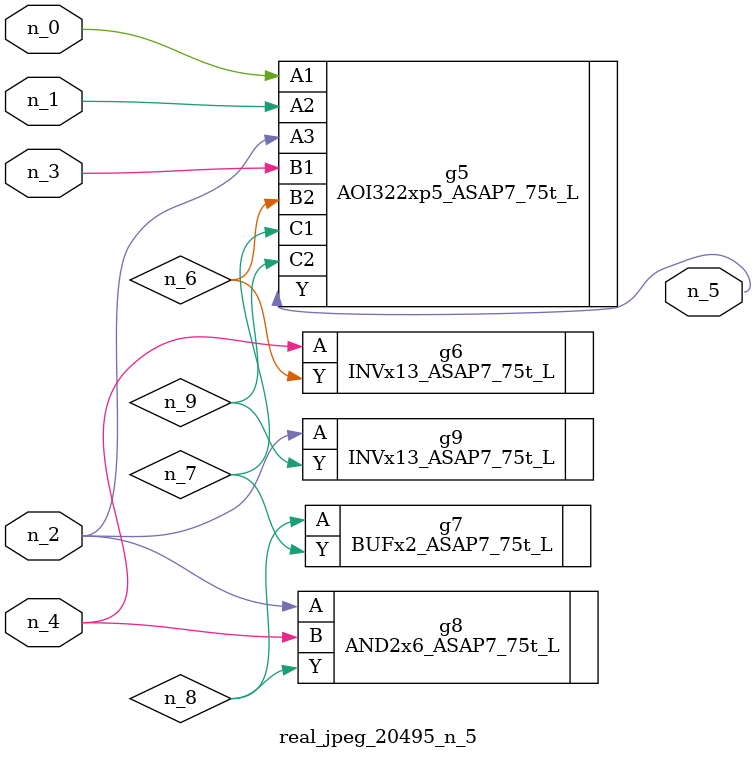
<source format=v>
module real_jpeg_20495_n_5 (n_4, n_0, n_1, n_2, n_3, n_5);

input n_4;
input n_0;
input n_1;
input n_2;
input n_3;

output n_5;

wire n_8;
wire n_6;
wire n_7;
wire n_9;

AOI322xp5_ASAP7_75t_L g5 ( 
.A1(n_0),
.A2(n_1),
.A3(n_2),
.B1(n_3),
.B2(n_6),
.C1(n_7),
.C2(n_9),
.Y(n_5)
);

AND2x6_ASAP7_75t_L g8 ( 
.A(n_2),
.B(n_4),
.Y(n_8)
);

INVx13_ASAP7_75t_L g9 ( 
.A(n_2),
.Y(n_9)
);

INVx13_ASAP7_75t_L g6 ( 
.A(n_4),
.Y(n_6)
);

BUFx2_ASAP7_75t_L g7 ( 
.A(n_8),
.Y(n_7)
);


endmodule
</source>
